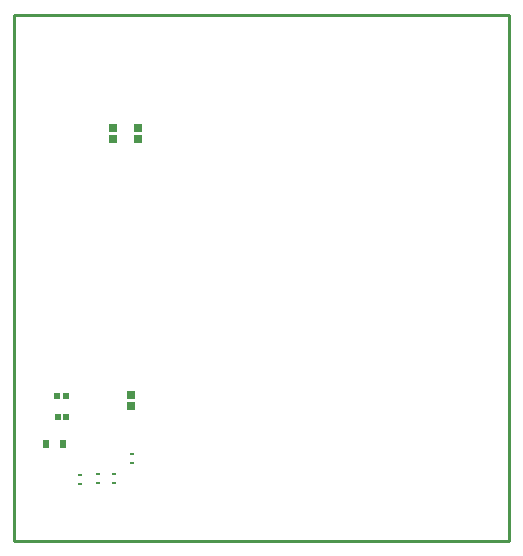
<source format=gtp>
G04*
G04 #@! TF.GenerationSoftware,Altium Limited,Altium Designer,20.0.2 (26)*
G04*
G04 Layer_Color=8421504*
%FSLAX44Y44*%
%MOMM*%
G71*
G01*
G75*
%ADD14C,0.2540*%
%ADD15R,0.6000X0.8000*%
%ADD16R,0.4246X0.2921*%
%ADD17R,0.4500X0.2921*%
%ADD18R,0.6725X0.6899*%
%ADD19R,0.4899X0.4725*%
%ADD20C,0.1524*%
D14*
X419100Y829310D02*
Y1275080D01*
X838200D01*
X838200Y829310D01*
X419100D02*
X838200D01*
D15*
X460640Y911860D02*
D03*
X446140D02*
D03*
D16*
X490220Y878900D02*
D03*
Y886400D02*
D03*
D17*
X474980Y885130D02*
D03*
Y877630D02*
D03*
X504190Y878900D02*
D03*
Y886400D02*
D03*
X519430Y895470D02*
D03*
Y902970D02*
D03*
D18*
X502920Y1169964D02*
D03*
Y1179536D02*
D03*
X518160Y943904D02*
D03*
Y953476D02*
D03*
X524510Y1169964D02*
D03*
Y1179536D02*
D03*
D19*
X455979Y934720D02*
D03*
X463550D02*
D03*
X455954Y952500D02*
D03*
X463526D02*
D03*
D20*
X486220Y916560D02*
D03*
Y920560D02*
D03*
Y924560D02*
D03*
Y928560D02*
D03*
X490220Y916560D02*
D03*
Y920560D02*
D03*
Y924560D02*
D03*
Y928560D02*
D03*
X494220Y916560D02*
D03*
Y920560D02*
D03*
Y924560D02*
D03*
Y928560D02*
D03*
M02*

</source>
